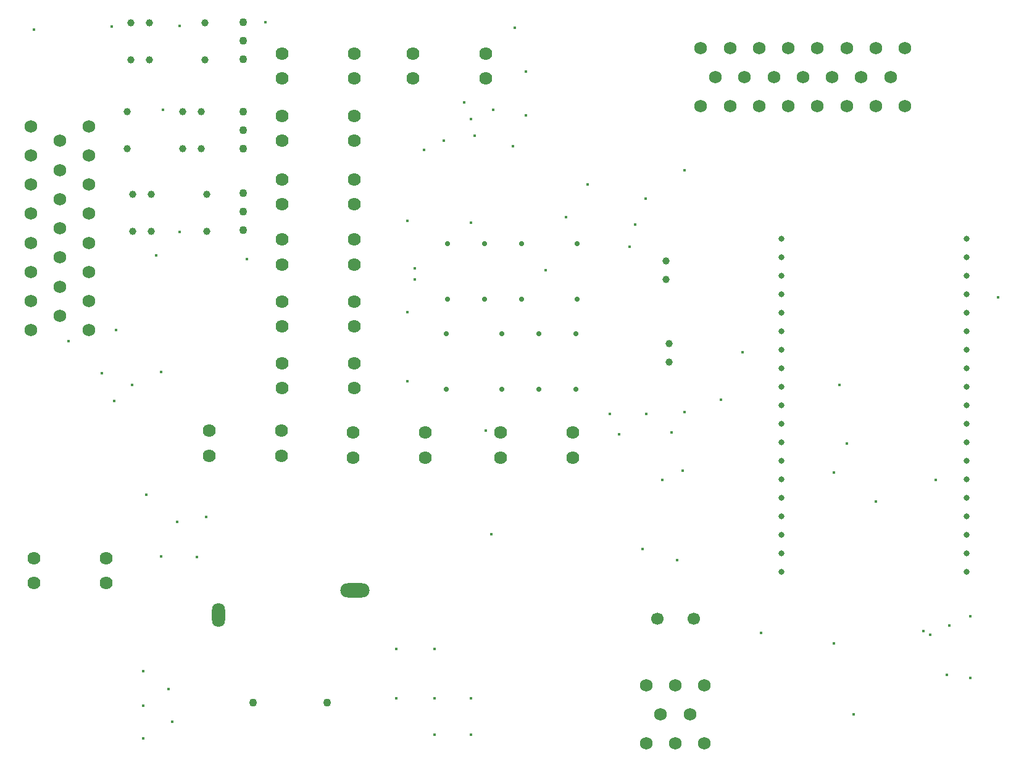
<source format=gbr>
%TF.GenerationSoftware,KiCad,Pcbnew,(6.0.1-0)*%
%TF.CreationDate,2023-02-28T13:23:50-05:00*%
%TF.ProjectId,rear-control-board,72656172-2d63-46f6-9e74-726f6c2d626f,rev?*%
%TF.SameCoordinates,Original*%
%TF.FileFunction,Plated,1,2,PTH,Mixed*%
%TF.FilePolarity,Positive*%
%FSLAX46Y46*%
G04 Gerber Fmt 4.6, Leading zero omitted, Abs format (unit mm)*
G04 Created by KiCad (PCBNEW (6.0.1-0)) date 2023-02-28 13:23:50*
%MOMM*%
%LPD*%
G01*
G04 APERTURE LIST*
%TA.AperFunction,ViaDrill*%
%ADD10C,0.400000*%
%TD*%
%TA.AperFunction,ComponentDrill*%
%ADD11C,0.700000*%
%TD*%
%TA.AperFunction,ComponentDrill*%
%ADD12C,0.800000*%
%TD*%
%TA.AperFunction,ComponentDrill*%
%ADD13C,1.000000*%
%TD*%
%TA.AperFunction,ComponentDrill*%
%ADD14C,1.090000*%
%TD*%
%TA.AperFunction,ComponentDrill*%
%ADD15C,1.100000*%
%TD*%
%TA.AperFunction,ComponentDrill*%
%ADD16C,1.700000*%
%TD*%
%TA.AperFunction,ComponentDrill*%
%ADD17C,1.750000*%
%TD*%
%TA.AperFunction,ComponentDrill*%
%ADD18C,1.780000*%
%TD*%
G04 aperture for slot hole*
%TA.AperFunction,ComponentDrill*%
%ADD19O,1.780000X3.330000*%
%TD*%
G04 aperture for slot hole*
%TA.AperFunction,ComponentDrill*%
%ADD20O,4.000000X1.950000*%
%TD*%
G04 APERTURE END LIST*
D10*
X62000000Y-64000000D03*
X66727064Y-106772936D03*
X71375000Y-111125000D03*
X72672500Y-63577500D03*
X73010703Y-114989297D03*
X73250000Y-105250000D03*
X75500000Y-112750000D03*
X77000000Y-152000000D03*
X77000000Y-156750000D03*
X77000000Y-161250000D03*
X77450000Y-127800000D03*
X78750000Y-95000000D03*
X79500000Y-111000000D03*
X79500000Y-136250000D03*
X79750000Y-75000000D03*
X80500000Y-154500000D03*
X81000000Y-159000000D03*
X81675000Y-131575000D03*
X82000000Y-63500000D03*
X82000000Y-91750000D03*
X84375000Y-136375000D03*
X85625000Y-130875000D03*
X91250000Y-95500000D03*
X93750000Y-63000000D03*
X111750000Y-149000000D03*
X111750000Y-155750000D03*
X113250000Y-90250000D03*
X113250000Y-102750000D03*
X113250000Y-112250000D03*
X114250000Y-96750000D03*
X114250000Y-98250000D03*
X115500000Y-80500000D03*
X117000000Y-149000000D03*
X117000000Y-155750000D03*
X117000000Y-160750000D03*
X118250000Y-79250000D03*
X121000000Y-74000000D03*
X122000000Y-76250000D03*
X122000000Y-90500000D03*
X122000000Y-155750000D03*
X122000000Y-160750000D03*
X122500000Y-78500000D03*
X124000000Y-119000000D03*
X124750000Y-133250000D03*
X125000000Y-75000000D03*
X127750000Y-80000000D03*
X128000000Y-63750000D03*
X129500000Y-69750000D03*
X129500000Y-75750000D03*
X132250000Y-97000000D03*
X135000000Y-89750000D03*
X138000000Y-85250000D03*
X141000000Y-116750000D03*
X142250000Y-119500000D03*
X143750000Y-93750000D03*
X144500000Y-90750000D03*
X145500000Y-135250000D03*
X145937500Y-87187500D03*
X146000000Y-116750000D03*
X148250000Y-125750000D03*
X149500000Y-119250000D03*
X150250000Y-136750000D03*
X151000000Y-124500000D03*
X151250000Y-83250000D03*
X151250000Y-116500000D03*
X156250000Y-114750000D03*
X159250000Y-108250000D03*
X161750000Y-146750000D03*
X171750000Y-124750000D03*
X171750000Y-148250000D03*
X172500000Y-112750000D03*
X173500000Y-120750000D03*
X174500000Y-158000000D03*
X177500000Y-128750000D03*
X184000000Y-146500000D03*
X185000000Y-147000000D03*
X185750000Y-125750000D03*
X187250000Y-152500000D03*
X187623500Y-145750000D03*
X190500000Y-144500000D03*
X190500000Y-153000000D03*
X194289020Y-100750000D03*
D11*
%TO.C,K3*%
X118560000Y-105756115D03*
X118560000Y-113376115D03*
%TO.C,K2*%
X118720000Y-93351115D03*
X118720000Y-100971115D03*
X123800000Y-93351115D03*
X123800000Y-100971115D03*
%TO.C,K3*%
X126180000Y-105756115D03*
X126180000Y-113376115D03*
%TO.C,K2*%
X128880000Y-93351115D03*
X128880000Y-100971115D03*
%TO.C,K3*%
X131260000Y-105756115D03*
X131260000Y-113376115D03*
X136340000Y-105756115D03*
X136340000Y-113376115D03*
%TO.C,K2*%
X136500000Y-93351115D03*
X136500000Y-100971115D03*
D12*
%TO.C,U1*%
X164550000Y-97763440D03*
X164550000Y-100303440D03*
X164550000Y-102843440D03*
X164550000Y-105383440D03*
X164550000Y-107923440D03*
X164550000Y-110463440D03*
X164550000Y-113003440D03*
X164550000Y-115543440D03*
X164550000Y-118083440D03*
X164550000Y-120623440D03*
X164550000Y-123163440D03*
X164550000Y-125703440D03*
X164550000Y-128243440D03*
X164550000Y-130783440D03*
X164550000Y-133323440D03*
X164550000Y-135863440D03*
X164550000Y-138403440D03*
X164553680Y-92686160D03*
X164553680Y-95226160D03*
X189950000Y-92683440D03*
X189950000Y-95223440D03*
X189950000Y-97763440D03*
X189950000Y-100303440D03*
X189950000Y-102843440D03*
X189950000Y-105383440D03*
X189950000Y-107923440D03*
X189950000Y-110463440D03*
X189950000Y-113003440D03*
X189950000Y-115543440D03*
X189950000Y-118083440D03*
X189950000Y-120623440D03*
X189950000Y-123163440D03*
X189950000Y-125703440D03*
X189950000Y-128243440D03*
X189950000Y-130783440D03*
X189950000Y-133323440D03*
X189950000Y-135863440D03*
X189950000Y-138403440D03*
D13*
%TO.C,K6*%
X74840000Y-75250000D03*
X74840000Y-80330000D03*
%TO.C,K4*%
X75292500Y-63047583D03*
X75292500Y-68127583D03*
%TO.C,K5*%
X75542500Y-86577500D03*
X75542500Y-91657500D03*
%TO.C,K4*%
X77832500Y-63047583D03*
X77832500Y-68127583D03*
%TO.C,K5*%
X78082500Y-86577500D03*
X78082500Y-91657500D03*
%TO.C,K6*%
X82460000Y-75250000D03*
X82460000Y-80330000D03*
X85000000Y-75250000D03*
X85000000Y-80330000D03*
%TO.C,K4*%
X85452500Y-63047583D03*
X85452500Y-68127583D03*
%TO.C,K5*%
X85702500Y-86577500D03*
X85702500Y-91657500D03*
%TO.C,J4*%
X148750000Y-95750000D03*
X148750000Y-98250000D03*
%TO.C,J5*%
X149117500Y-107101115D03*
X149117500Y-109601115D03*
D14*
%TO.C,K1*%
X92117550Y-156344100D03*
X102277550Y-156344100D03*
D15*
%TO.C,D11*%
X90695000Y-75210000D03*
X90695000Y-77750000D03*
X90695000Y-80290000D03*
%TO.C,D12*%
X90750000Y-62920000D03*
X90750000Y-65460000D03*
X90750000Y-68000000D03*
%TO.C,D10*%
X90750000Y-86420000D03*
X90750000Y-88960000D03*
X90750000Y-91500000D03*
D16*
%TO.C,J6*%
X147527500Y-144800000D03*
X152527500Y-144800000D03*
D17*
%TO.C,J1*%
X61587500Y-77250000D03*
X61587500Y-81250000D03*
X61587500Y-85250000D03*
X61587500Y-89250000D03*
X61587500Y-93250000D03*
X61587500Y-97250000D03*
X61587500Y-101250000D03*
X61587500Y-105250000D03*
X65587500Y-79250000D03*
X65587500Y-83250000D03*
X65587500Y-87250000D03*
X65587500Y-91250000D03*
X65587500Y-95250000D03*
X65587500Y-99250000D03*
X65587500Y-103250000D03*
X69587500Y-77250000D03*
X69587500Y-81250000D03*
X69587500Y-85250000D03*
X69587500Y-89250000D03*
X69587500Y-93250000D03*
X69587500Y-97250000D03*
X69587500Y-101250000D03*
X69587500Y-105250000D03*
%TO.C,J3*%
X146000000Y-153937500D03*
X146000000Y-161937500D03*
X148000000Y-157937500D03*
X150000000Y-153937500D03*
X150000000Y-161937500D03*
X152000000Y-157937500D03*
%TO.C,J2*%
X153500000Y-66500000D03*
X153500000Y-74500000D03*
%TO.C,J3*%
X154000000Y-153937500D03*
X154000000Y-161937500D03*
%TO.C,J2*%
X155500000Y-70500000D03*
X157500000Y-66500000D03*
X157500000Y-74500000D03*
X159500000Y-70500000D03*
X161500000Y-66500000D03*
X161500000Y-74500000D03*
X163500000Y-70500000D03*
X165500000Y-66500000D03*
X165500000Y-74500000D03*
X167500000Y-70500000D03*
X169500000Y-66500000D03*
X169500000Y-74500000D03*
X171500000Y-70500000D03*
X173500000Y-66500000D03*
X173500000Y-74500000D03*
X175500000Y-70500000D03*
X177500000Y-66500000D03*
X177500000Y-74500000D03*
X179500000Y-70500000D03*
X181500000Y-66500000D03*
X181500000Y-74500000D03*
D18*
%TO.C,F11*%
X62040000Y-136550000D03*
X62040000Y-139950000D03*
X71960000Y-136550000D03*
X71960000Y-139950000D03*
%TO.C,F9*%
X86040000Y-119050000D03*
X86040000Y-122450000D03*
D19*
%TO.C,K1*%
X87337550Y-144334100D03*
D18*
%TO.C,F9*%
X95960000Y-119050000D03*
X95960000Y-122450000D03*
%TO.C,F6*%
X96040000Y-67300000D03*
X96040000Y-70700000D03*
%TO.C,F2*%
X96040000Y-75800000D03*
X96040000Y-79200000D03*
%TO.C,F8*%
X96040000Y-84550000D03*
X96040000Y-87950000D03*
%TO.C,F4*%
X96040000Y-92800000D03*
X96040000Y-96200000D03*
%TO.C,F7*%
X96040000Y-101300000D03*
X96040000Y-104700000D03*
%TO.C,F5*%
X96040000Y-109800000D03*
X96040000Y-113200000D03*
%TO.C,F3*%
X105790000Y-119300000D03*
X105790000Y-122700000D03*
%TO.C,F6*%
X105960000Y-67300000D03*
X105960000Y-70700000D03*
%TO.C,F2*%
X105960000Y-75800000D03*
X105960000Y-79200000D03*
%TO.C,F8*%
X105960000Y-84550000D03*
X105960000Y-87950000D03*
%TO.C,F4*%
X105960000Y-92800000D03*
X105960000Y-96200000D03*
%TO.C,F7*%
X105960000Y-101300000D03*
X105960000Y-104700000D03*
%TO.C,F5*%
X105960000Y-109800000D03*
X105960000Y-113200000D03*
%TO.C,F1*%
X114040000Y-67300000D03*
X114040000Y-70700000D03*
%TO.C,F3*%
X115710000Y-119300000D03*
X115710000Y-122700000D03*
%TO.C,F1*%
X123960000Y-67300000D03*
X123960000Y-70700000D03*
%TO.C,F10*%
X126040000Y-119300000D03*
X126040000Y-122700000D03*
X135960000Y-119300000D03*
X135960000Y-122700000D03*
D20*
%TO.C,K1*%
X106087550Y-140904100D03*
M02*

</source>
